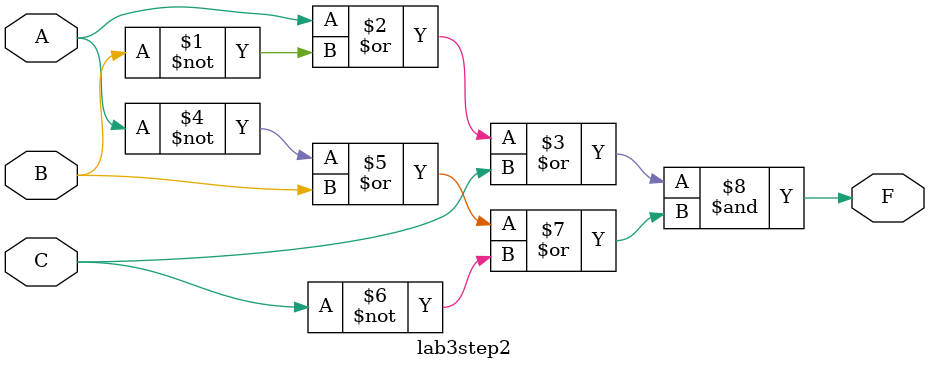
<source format=v>
module lab3step2 (F,A,B,C);
	input A,B,C;
	output F;
	
	assign F=((A|~B|C)&(~A|B|~C));
	
endmodule

</source>
